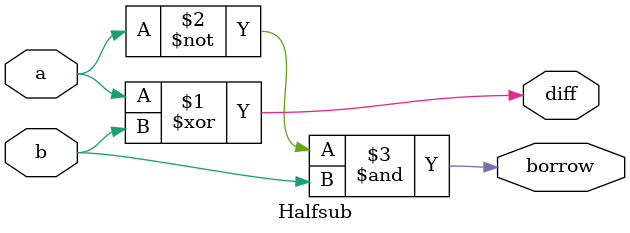
<source format=v>
module Halfsub (
    input  wire a, b,         // Inputs
    output wire diff, borrow  // Outputs
);

    // Logic equations
    assign diff   = a ^ b;     // XOR for difference
    assign borrow = ~a & b;    // Borrow when a < b

endmodule

</source>
